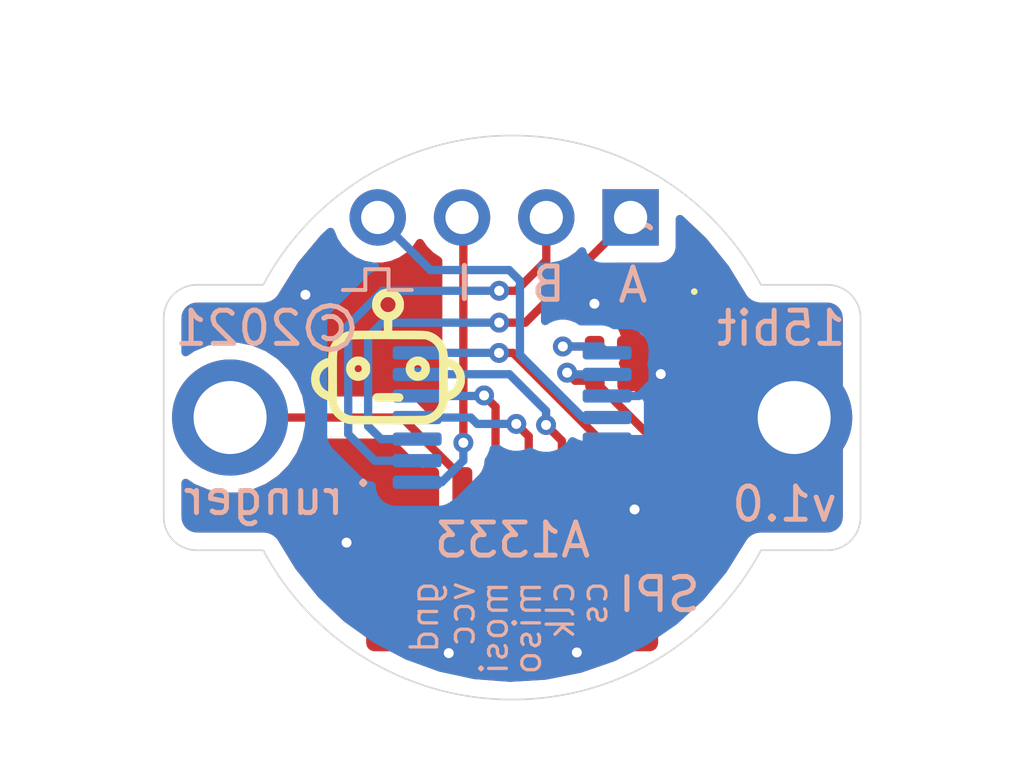
<source format=kicad_pcb>
(kicad_pcb (version 20211014) (generator pcbnew)
  (layers (0 "F.Cu" signal) (31 "B.Cu" signal) (34 "B.Paste" user) (35 "F.Paste" user) (36 "B.SilkS" user "B.Silkscreen") (37 "F.SilkS" user "F.Silkscreen") (38 "B.Mask" user) (39 "F.Mask" user) (44 "Edge.Cuts" user))
  (net 0 "")
  (net 1 "GND")
  (net 2 "Net-(C1-Pad1)")
  (net 3 "VCC")
  (net 4 "nCS")
  (net 5 "SCK")
  (net 6 "MISO")
  (net 7 "MOSI")
  (net 8 "PWM")
  (net 9 "ABI_I")
  (net 10 "ABI_B")
  (net 11 "ABI_A")
  (net 12 "Net-(D1-Pad1)")
  (footprint "MountingHole:MountingHole_2.2mm_M2_ISO7380_Pad" (layer "F.Cu") (at 121 75)
    (fp_text reference "H1")
    (fp_text value "MountingHole_Pad")
    (pad "1" thru_hole circle locked (at 0 0) (size 3.5 3.5) (drill 2.2) (layers *.Cu *.Mask) (net 3 "VCC"))
  )
  (footprint "Connector_PinHeader_2.54mm:PinHeader_1x04_P2.54mm_Vertical" (layer "F.Cu") (at 133.07 68.97 -90)
    (fp_text reference "J2")
    (fp_text value "Castellations_ABI")
    (pad "1" thru_hole rect locked (at 0 0 270) (size 1.7 1.7) (drill 1) (layers *.Cu *.Mask) (net 11 "ABI_A"))
    (pad "2" thru_hole oval locked (at 0 2.54 270) (size 1.7 1.7) (drill 1) (layers *.Cu *.Mask) (net 10 "ABI_B"))
    (pad "3" thru_hole oval locked (at 0 5.08 270) (size 1.7 1.7) (drill 1) (layers *.Cu *.Mask) (net 9 "ABI_I"))
    (pad "4" thru_hole oval locked (at 0 7.62 270) (size 1.7 1.7) (drill 1) (layers *.Cu *.Mask) (net 8 "PWM"))
  )
  (footprint "Connector_JST:JST_SH_SM06B-SRSS-TB_1x06-1MP_P1.00mm_Horizontal" (layer "F.Cu") (at 129.5 79.27)
    (fp_text reference "J1")
    (fp_text value "Conn_01x06_MountingPin")
    (pad "1" smd roundrect locked (at -2.5 -2) (size 0.6 1.55) (layers "F.Cu" "F.Paste" "F.Mask") (net 1 "GND"))
    (pad "2" smd roundrect locked (at -1.5 -2) (size 0.6 1.55) (layers "F.Cu" "F.Paste" "F.Mask") (net 3 "VCC"))
    (pad "3" smd roundrect locked (at -0.5 -2) (size 0.6 1.55) (layers "F.Cu" "F.Paste" "F.Mask") (net 7 "MOSI"))
    (pad "4" smd roundrect locked (at 0.5 -2) (size 0.6 1.55) (layers "F.Cu" "F.Paste" "F.Mask") (net 6 "MISO"))
    (pad "5" smd roundrect locked (at 1.5 -2) (size 0.6 1.55) (layers "F.Cu" "F.Paste" "F.Mask") (net 5 "SCK"))
    (pad "6" smd roundrect locked (at 2.5 -2) (size 0.6 1.55) (layers "F.Cu" "F.Paste" "F.Mask") (net 4 "nCS"))
    (pad "MP" smd roundrect locked (at -3.8 1.875) (size 1.2 1.8) (layers "F.Cu" "F.Paste" "F.Mask") (roundrect_rratio 0.208333) (net 1 "GND"))
    (pad "MP" smd roundrect locked (at 3.8 1.875) (size 1.2 1.8) (layers "F.Cu" "F.Paste" "F.Mask") (roundrect_rratio 0.208333) (net 1 "GND"))
  )
  (footprint "Resistor_SMD:R_0402_1005Metric" (layer "F.Cu") (at 133.49 71.83 180)
    (fp_text reference "R1")
    (fp_text value "1k")
    (pad "1" smd roundrect locked (at -0.485 0 180) (size 0.59 0.64) (layers "F.Cu" "F.Paste" "F.Mask") (net 12 "Net-(D1-Pad1)"))
    (pad "2" smd roundrect locked (at 0.485 0 180) (size 0.59 0.64) (layers "F.Cu" "F.Paste" "F.Mask") (net 1 "GND"))
  )
  (footprint "LED_SMD:LED_0402_1005Metric" (layer "F.Cu") (at 134.99 72.295 -90)
    (fp_text reference "D1")
    (fp_text value "green")
    (fp_circle (center -1.09 0) (end -1.04 0) (layer "F.SilkS") (width 0.1) (fill none))
    (pad "1" smd roundrect locked (at -0.485 0 270) (size 0.59 0.64) (layers "F.Cu" "F.Paste" "F.Mask") (net 12 "Net-(D1-Pad1)"))
    (pad "2" smd roundrect locked (at 0.485 0 270) (size 0.59 0.64) (layers "F.Cu" "F.Paste" "F.Mask") (net 3 "VCC"))
  )
  (footprint "Symbol:Robo_logo" (layer "F.Cu") (at 125.76 73.16)
    (fp_text reference "G***" hide)
    (fp_text value "LOGO" hide)
    (fp_poly (pts (xy 0.986438 0.014923) (xy 1.060362 0.044017) (xy 1.127592 0.088719) (xy 1.161498 0.120766) (xy 1.203048 0.170304) (xy 1.230682 0.217184) (xy 1.246804 0.267721) (xy 1.253812 0.328229) (xy 1.254653 0.36576) (xy 1.253911 0.414946) (xy 1.250751 0.450757) (xy 1.243964 0.480101) (xy 1.232341 0.509888) (xy 1.22763 0.520156) (xy 1.185181 0.58825) (xy 1.127574 0.647261) (xy 1.059504 0.692457) (xy 1.054096 0.695163) (xy 0.994477 0.716172) (xy 0.926104 0.727373) (xy 0.857164 0.728111) (xy 0.795845 0.717726) (xy 0.79116 0.716282) (xy 0.717714 0.682449) (xy 0.651949 0.632363) (xy 0.597684 0.569722) (xy 0.558734 0.498223) (xy 0.55447 0.487022) (xy 0.541188 0.427663) (xy 0.538719 0.364108) (xy 0.7874 0.364108) (xy 0.790132 0.400703) (xy 0.800213 0.426279) (xy 0.81224 0.441364) (xy 0.849739 0.468228) (xy 0.893251 0.479195) (xy 0.93707 0.473905) (xy 0.975492 0.451998) (xy 0.975831 0.451693) (xy 1.001822 0.416117) (xy 1.012073 0.374572) (xy 1.007006 0.33252) (xy 0.987043 0.295425) (xy 0.962106 0.273872) (xy 0.915745 0.255793) (xy 0.870018 0.257052) (xy 0.828082 0.277431) (xy 0.82058 0.283646) (xy 0.800035 0.304795) (xy 0.79026 0.325783) (xy 0.787457 0.355817) (xy 0.7874 0.364108) (xy 0.538719 0.364108) (xy 0.53853 0.359264) (xy 0.545973 0.289777) (xy 0.562998 0.227152) (xy 0.572955 0.204665) (xy 0.620513 0.133516) (xy 0.682451 0.076017) (xy 0.756986 0.033504) (xy 0.834304 0.008956) (xy 0.90977 0.002786) (xy 0.986438 0.014923)) (layer "F.SilkS") (width 0.01) (fill solid))
    (fp_poly (pts (xy -0.852964 0.006741) (xy -0.817725 0.011646) (xy -0.784163 0.022321) (xy -0.750304 0.037274) (xy -0.673759 0.083754) (xy -0.612127 0.14399) (xy -0.571847 0.205393) (xy -0.558897 0.231799) (xy -0.55062 0.255572) (xy -0.54599 0.282534) (xy -0.54398 0.318509) (xy -0.54356 0.36576) (xy -0.54392 0.414476) (xy -0.545819 0.448904) (xy -0.550486 0.475073) (xy -0.559149 0.499011) (xy -0.573038 0.526749) (xy -0.578408 0.536712) (xy -0.627833 0.608228) (xy -0.689348 0.664085) (xy -0.761289 0.703224) (xy -0.841998 0.724585) (xy -0.878285 0.728009) (xy -0.922977 0.727777) (xy -0.96726 0.723815) (xy -0.996902 0.718102) (xy -1.071873 0.6867) (xy -1.138466 0.638469) (xy -1.193765 0.576147) (xy -1.234861 0.502475) (xy -1.240146 0.489229) (xy -1.254921 0.428174) (xy -1.257529 0.379922) (xy -1.011775 0.379922) (xy -1.000461 0.419396) (xy -0.976344 0.450614) (xy -0.942976 0.471496) (xy -0.903905 0.479966) (xy -0.862681 0.473947) (xy -0.822855 0.45136) (xy -0.816409 0.445657) (xy -0.792327 0.410916) (xy -0.784475 0.37133) (xy -0.79105 0.331419) (xy -0.810248 0.295701) (xy -0.840265 0.268694) (xy -0.879298 0.254916) (xy -0.892911 0.254037) (xy -0.940383 0.262888) (xy -0.978565 0.287515) (xy -1.003588 0.325192) (xy -1.006738 0.334267) (xy -1.011775 0.379922) (xy -1.257529 0.379922) (xy -1.258686 0.358539) (xy -1.251704 0.288652) (xy -1.234236 0.226841) (xy -1.231721 0.220972) (xy -1.197754 0.164248) (xy -1.14968 0.109757) (xy -1.093386 0.063333) (xy -1.04366 0.034658) (xy -1.004496 0.018692) (xy -0.969085 0.009806) (xy -0.928075 0.006124) (xy -0.89916 0.005634) (xy -0.852964 0.006741)) (layer "F.SilkS") (width 0.01) (fill solid))
    (fp_poly (pts (xy 0.097813 -2.033273) (xy 0.186492 -2.006246) (xy 0.268214 -1.96053) (xy 0.34422 -1.895576) (xy 0.353277 -1.886187) (xy 0.40812 -1.817965) (xy 0.44613 -1.745631) (xy 0.4685 -1.665749) (xy 0.476428 -1.574883) (xy 0.475802 -1.534168) (xy 0.473144 -1.485324) (xy 0.468585 -1.449197) (xy 0.460295 -1.418185) (xy 0.446443 -1.384687) (xy 0.433155 -1.3571) (xy 0.38195 -1.273063) (xy 0.318455 -1.204615) (xy 0.240771 -1.149882) (xy 0.203514 -1.13056) (xy 0.122471 -1.0922) (xy 0.122195 -0.93218) (xy 0.12192 -0.77216) (xy 0.61722 -0.771984) (xy 0.739095 -0.77186) (xy 0.842638 -0.771477) (xy 0.929835 -0.770681) (xy 1.002672 -0.769317) (xy 1.063137 -0.767231) (xy 1.113215 -0.764267) (xy 1.154894 -0.760272) (xy 1.19016 -0.755089) (xy 1.221001 -0.748566) (xy 1.249402 -0.740546) (xy 1.277351 -0.730876) (xy 1.306834 -0.719399) (xy 1.310281 -0.71801) (xy 1.397129 -0.677159) (xy 1.47441 -0.627391) (xy 1.549244 -0.563975) (xy 1.565153 -0.54864) (xy 1.64756 -0.454337) (xy 1.711593 -0.351364) (xy 1.751969 -0.255855) (xy 1.769983 -0.192551) (xy 1.784764 -0.121009) (xy 1.794734 -0.05026) (xy 1.79832 0.009764) (xy 1.799879 0.035382) (xy 1.808524 0.047841) (xy 1.830203 0.05427) (xy 1.83642 0.055422) (xy 1.883138 0.069054) (xy 1.938766 0.093237) (xy 1.997289 0.12473) (xy 2.052698 0.160289) (xy 2.098981 0.196672) (xy 2.100044 0.197632) (xy 2.166196 0.267786) (xy 2.224251 0.349103) (xy 2.269513 0.43461) (xy 2.283777 0.47065) (xy 2.302854 0.544344) (xy 2.313502 0.62867) (xy 2.315313 0.715594) (xy 2.307882 0.797078) (xy 2.301839 0.82804) (xy 2.267383 0.931737) (xy 2.21538 1.028275) (xy 2.148023 1.115306) (xy 2.067506 1.190481) (xy 1.976023 1.251453) (xy 1.875768 1.295873) (xy 1.859849 1.301043) (xy 1.828188 1.312774) (xy 1.805002 1.324939) (xy 1.797128 1.332267) (xy 1.792292 1.348767) (xy 1.786004 1.37906) (xy 1.779571 1.416808) (xy 1.779154 1.419531) (xy 1.752587 1.528373) (xy 1.707662 1.632248) (xy 1.646122 1.729159) (xy 1.569712 1.817109) (xy 1.480174 1.8941) (xy 1.379254 1.958136) (xy 1.268694 2.007217) (xy 1.26492 2.008553) (xy 1.18364 2.03708) (xy 0.0254 2.038938) (xy -0.160295 2.039194) (xy -0.326694 2.039328) (xy -0.474822 2.03933) (xy -0.605704 2.039191) (xy -0.720364 2.0389) (xy -0.819827 2.038449) (xy -0.905117 2.037826) (xy -0.977259 2.037023) (xy -1.037276 2.036031) (xy -1.086194 2.034838) (xy -1.125037 2.033435) (xy -1.15483 2.031814) (xy -1.176596 2.029963) (xy -1.191361 2.027873) (xy -1.1938 2.027374) (xy -1.304486 1.993291) (xy -1.408518 1.942326) (xy -1.503918 1.876537) (xy -1.588705 1.797979) (xy -1.660899 1.708708) (xy -1.718521 1.610779) (xy -1.75959 1.50625) (xy -1.779155 1.419531) (xy -1.78555 1.381502) (xy -1.79189 1.35049) (xy -1.796869 1.332833) (xy -1.797129 1.332267) (xy -1.810012 1.321823) (xy -1.836099 1.309459) (xy -1.85985 1.301043) (xy -1.949042 1.26608) (xy -2.030205 1.217852) (xy -2.108185 1.153335) (xy -2.128746 1.13331) (xy -2.202097 1.048655) (xy -2.25641 0.959996) (xy -2.292558 0.865054) (xy -2.311415 0.76155) (xy -2.313737 0.661106) (xy -2.069701 0.661106) (xy -2.064993 0.741119) (xy -2.064803 0.742151) (xy -2.039303 0.831107) (xy -1.998459 0.908416) (xy -1.952029 0.963925) (xy -1.920202 0.991581) (xy -1.88405 1.017948) (xy -1.848823 1.039695) (xy -1.819771 1.05349) (xy -1.80594 1.056631) (xy -1.804215 1.046846) (xy -1.802626 1.018977) (xy -1.801219 0.975261) (xy -1.80004 0.917932) (xy -1.799134 0.849229) (xy -1.798546 0.771386) (xy -1.798321 0.68664) (xy -1.79832 0.68072) (xy -1.798462 0.595587) (xy -1.798863 0.517207) (xy -1.799493 0.447814) (xy -1.80032 0.389645) (xy -1.800338 0.388824) (xy -1.54274 0.388824) (xy -1.542529 0.535018) (xy -1.542104 0.666108) (xy -1.53924 1.397) (xy -1.515308 1.456336) (xy -1.467107 1.550437) (xy -1.404381 1.631517) (xy -1.328757 1.698202) (xy -1.241861 1.749117) (xy -1.14532 1.782889) (xy -1.12268 1.787936) (xy -1.10573 1.789301) (xy -1.070106 1.790558) (xy -1.017456 1.791708) (xy -0.949427 1.792749) (xy -0.867665 1.793681) (xy -0.773818 1.794502) (xy -0.669531 1.795214) (xy -0.556453 1.795814) (xy -0.436228 1.796302) (xy -0.310505 1.796677) (xy -0.180931 1.79694) (xy -0.049151 1.797088) (xy 0.083187 1.797122) (xy 0.214437 1.797041) (xy 0.342951 1.796844) (xy 0.467084 1.79653) (xy 0.585187 1.796099) (xy 0.695615 1.79555) (xy 0.796721 1.794883) (xy 0.886857 1.794096) (xy 0.964377 1.793189) (xy 1.027635 1.792162) (xy 1.074983 1.791014) (xy 1.104775 1.789744) (xy 1.114014 1.788839) (xy 1.21477 1.759864) (xy 1.305507 1.713636) (xy 1.384854 1.651291) (xy 1.451441 1.573965) (xy 1.503899 1.482793) (xy 1.515307 1.456336) (xy 1.53924 1.397) (xy 1.542068 0.674918) (xy 1.79832 0.674918) (xy 1.79832 1.058009) (xy 1.82118 1.051365) (xy 1.841503 1.042282) (xy 1.871333 1.025356) (xy 1.898977 1.007702) (xy 1.964323 0.952274) (xy 2.014104 0.88628) (xy 2.048092 0.812482) (xy 2.06606 0.733646) (xy 2.06778 0.652533) (xy 2.053025 0.571909) (xy 2.021565 0.494536) (xy 1.973174 0.423177) (xy 1.949301 0.397211) (xy 1.923071 0.374374) (xy 1.890114 0.35027) (xy 1.855868 0.328353) (xy 1.82577 0.312075) (xy 1.80526 0.304887) (xy 1.803737 0.3048) (xy 1.802511 0.314587) (xy 1.801383 0.34246) (xy 1.800383 0.386185) (xy 1.799545 0.443528) (xy 1.7989 0.512253) (xy 1.798481 0.590128) (xy 1.79832 0.674918) (xy 1.542068 0.674918) (xy 1.542103 0.666108) (xy 1.542599 0.497897) (xy 1.54269 0.349966) (xy 1.542376 0.22228) (xy 1.541655 0.114804) (xy 1.540528 0.027501) (xy 1.538994 -0.039662) (xy 1.537053 -0.086723) (xy 1.534705 -0.113716) (xy 1.534153 -0.116872) (xy 1.505381 -0.206853) (xy 1.458852 -0.290619) (xy 1.396771 -0.365731) (xy 1.321347 -0.429749) (xy 1.234787 -0.480235) (xy 1.187567 -0.499805) (xy 1.12268 -0.52324) (xy 0.06096 -0.52619) (xy -0.121935 -0.526594) (xy -0.291295 -0.526757) (xy -0.446409 -0.526683) (xy -0.586564 -0.526377) (xy -0.71105 -0.525842) (xy -0.819155 -0.525084) (xy -0.910166 -0.524108) (xy -0.983372 -0.522917) (xy -1.038061 -0.521516) (xy -1.073521 -0.519909) (xy -1.084301 -0.518973) (xy -1.179842 -0.499897) (xy -1.264409 -0.466246) (xy -1.342058 -0.415999) (xy -1.405094 -0.359298) (xy -1.448956 -0.305335) (xy -1.488414 -0.239423) (xy -1.518989 -0.169931) (xy -1.533737 -0.11888) (xy -1.536183 -0.098098) (xy -1.538233 -0.060901) (xy -1.539893 -0.006788) (xy -1.541168 0.06474) (xy -1.542064 0.154185) (xy -1.542586 0.262046) (xy -1.54274 0.388824) (xy -1.800338 0.388824) (xy -1.80131 0.344937) (xy -1.802432 0.315925) (xy -1.803653 0.304846) (xy -1.803738 0.3048) (xy -1.815097 0.30903) (xy -1.838533 0.319909) (xy -1.858339 0.329722) (xy -1.925864 0.37472) (xy -1.982583 0.433994) (xy -2.026675 0.503907) (xy -2.056322 0.580823) (xy -2.069701 0.661106) (xy -2.313737 0.661106) (xy -2.313989 0.65024) (xy -2.300325 0.536454) (xy -2.269047 0.432407) (xy -2.219626 0.336961) (xy -2.151529 0.248981) (xy -2.104251 0.201827) (xy -2.055759 0.162847) (xy -1.998681 0.125465) (xy -1.938894 0.092906) (xy -1.882278 0.068396) (xy -1.837853 0.055691) (xy -1.801186 0.049076) (xy -1.794474 -0.038236) (xy -1.781416 -0.144723) (xy -1.758995 -0.238269) (xy -1.727587 -0.320816) (xy -1.668331 -0.427322) (xy -1.592792 -0.523024) (xy -1.502942 -0.606046) (xy -1.400753 -0.674511) (xy -1.310282 -0.71801) (xy -1.280506 -0.729696) (xy -1.252485 -0.739559) (xy -1.224232 -0.747754) (xy -1.19376 -0.754436) (xy -1.159082 -0.759759) (xy -1.118211 -0.763878) (xy -1.069161 -0.766948) (xy -1.009945 -0.769124) (xy -0.938576 -0.77056) (xy -0.853068 -0.771412) (xy -0.751434 -0.771833) (xy -0.631687 -0.771978) (xy -0.61722 -0.771984) (xy -0.12192 -0.77216) (xy -0.122472 -1.0922) (xy -0.203515 -1.13056) (xy -0.287715 -1.1801) (xy -0.356929 -1.242569) (xy -0.413057 -1.31984) (xy -0.433156 -1.3571) (xy -0.451754 -1.39651) (xy -0.463563 -1.428344) (xy -0.470417 -1.460207) (xy -0.474144 -1.499698) (xy -0.475803 -1.534168) (xy -0.47547 -1.54385) (xy -0.232207 -1.54385) (xy -0.226704 -1.511201) (xy -0.212015 -1.473437) (xy -0.210775 -1.470716) (xy -0.173627 -1.411857) (xy -0.1245 -1.368254) (xy -0.06612 -1.341137) (xy -0.001214 -1.331737) (xy 0.067493 -1.341287) (xy 0.072558 -1.342752) (xy 0.124102 -1.367849) (xy 0.170263 -1.408459) (xy 0.20593 -1.459777) (xy 0.213119 -1.474894) (xy 0.230063 -1.538334) (xy 0.228163 -1.602024) (xy 0.20856 -1.662537) (xy 0.172395 -1.716447) (xy 0.120809 -1.760327) (xy 0.117368 -1.762492) (xy 0.085246 -1.780217) (xy 0.056158 -1.789549) (xy 0.020627 -1.792969) (xy 0 -1.79324) (xy -0.041527 -1.791671) (xy -0.072343 -1.785309) (xy -0.101926 -1.77167) (xy -0.117369 -1.762492) (xy -0.170455 -1.718251) (xy -0.208183 -1.661915) (xy -0.228624 -1.596556) (xy -0.230486 -1.5825) (xy -0.232207 -1.54385) (xy -0.47547 -1.54385) (xy -0.472336 -1.634808) (xy -0.452825 -1.724048) (xy -0.416505 -1.803885) (xy -0.362609 -1.876319) (xy -0.332953 -1.906526) (xy -0.257649 -1.967521) (xy -0.179661 -2.009557) (xy -0.095663 -2.033983) (xy -0.002332 -2.042152) (xy 0.000938 -2.042161) (xy 0.097813 -2.033273)) (layer "F.SilkS") (width 0.01) (fill solid))
    (fp_poly (pts (xy 0.109648 1.108074) (xy 0.181977 1.108995) (xy 0.246828 1.110394) (xy 0.301111 1.112273) (xy 0.34174 1.11463) (xy 0.365625 1.117466) (xy 0.367646 1.117953) (xy 0.411414 1.139753) (xy 0.441917 1.175255) (xy 0.456393 1.220837) (xy 0.4572 1.235368) (xy 0.454299 1.267576) (xy 0.442839 1.293313) (xy 0.42243 1.318409) (xy 0.38766 1.35636) (xy 0.01349 1.358862) (xy -0.086109 1.359423) (xy -0.167411 1.359599) (xy -0.232438 1.359326) (xy -0.283212 1.35854) (xy -0.321753 1.357174) (xy -0.350083 1.355164) (xy -0.370224 1.352446) (xy -0.384195 1.348955) (xy -0.391682 1.34587) (xy -0.427256 1.31781) (xy -0.449564 1.279059) (xy -0.457458 1.23505) (xy -0.449786 1.191222) (xy -0.431147 1.159316) (xy -0.403631 1.135638) (xy -0.3711 1.119007) (xy -0.367647 1.117953) (xy -0.34666 1.115042) (xy -0.308447 1.11261) (xy -0.256096 1.110656) (xy -0.192694 1.109182) (xy -0.121331 1.108186) (xy -0.045094 1.10767) (xy 0.032928 1.107633) (xy 0.109648 1.108074)) (layer "F.SilkS") (width 0.01) (fill solid))
  )
  (footprint "Capacitor_SMD:C_0402_1005Metric" (layer "F.Cu") (at 132.47 72.86)
    (fp_text reference "C1")
    (fp_text value "100nF 6.3V")
    (pad "1" smd roundrect locked (at -0.485 0) (size 0.59 0.64) (layers "F.Cu" "F.Paste" "F.Mask") (net 2 "Net-(C1-Pad1)"))
    (pad "2" smd roundrect locked (at 0.485 0) (size 0.59 0.64) (layers "F.Cu" "F.Paste" "F.Mask") (net 1 "GND"))
  )
  (footprint "Capacitor_SMD:C_0402_1005Metric" (layer "F.Cu") (at 132.48 73.89 180)
    (fp_text reference "C2")
    (fp_text value "100nF 6.3V")
    (pad "1" smd roundrect locked (at -0.485 0 180) (size 0.59 0.64) (layers "F.Cu" "F.Paste" "F.Mask") (net 1 "GND"))
    (pad "2" smd roundrect locked (at 0.485 0 180) (size 0.59 0.64) (layers "F.Cu" "F.Paste" "F.Mask") (net 3 "VCC"))
  )
  (footprint "MountingHole:MountingHole_2.2mm_M2_ISO7380_Pad" (layer "F.Cu") (at 138 75)
    (fp_text reference "H2")
    (fp_text value "MountingHole_Pad")
    (pad "1" thru_hole circle locked (at 0 0) (size 3.5 3.5) (drill 2.2) (layers *.Cu *.Mask) (net 1 "GND"))
  )
  (footprint "Package_SO:TSSOP-14_4.4x5mm_P0.65mm" (layer "B.Cu") (at 129.5 75 180)
    (fp_text reference "U1")
    (fp_text value "A1333")
    (pad "1" smd roundrect locked (at -2.8625 1.95 180) (size 1.475 0.4) (layers "B.Cu" "B.Paste" "B.Mask") (net 2 "Net-(C1-Pad1)"))
    (pad "2" smd roundrect locked (at -2.8625 1.3 180) (size 1.475 0.4) (layers "B.Cu" "B.Paste" "B.Mask") (net 3 "VCC"))
    (pad "3" smd roundrect locked (at -2.8625 0.65 180) (size 1.475 0.4) (layers "B.Cu" "B.Paste" "B.Mask") (net 1 "GND"))
    (pad "4" smd roundrect locked (at -2.8625 0 180) (size 1.475 0.4) (layers "B.Cu" "B.Paste" "B.Mask") (net 8 "PWM"))
    (pad "5" smd roundrect locked (at -2.8625 -0.65 180) (size 1.475 0.4) (layers "B.Cu" "B.Paste" "B.Mask") (net 1 "GND"))
    (pad "6" smd roundrect locked (at -2.8625 -1.3 180) (size 1.475 0.4) (layers "B.Cu" "B.Paste" "B.Mask") (net 1 "GND"))
    (pad "7" smd roundrect locked (at -2.8625 -1.95 180) (size 1.475 0.4) (layers "B.Cu" "B.Paste" "B.Mask") (net 1 "GND"))
    (pad "8" smd roundrect locked (at 2.8625 -1.95 180) (size 1.475 0.4) (layers "B.Cu" "B.Paste" "B.Mask") (net 9 "ABI_I"))
    (pad "9" smd roundrect locked (at 2.8625 -1.3 180) (size 1.475 0.4) (layers "B.Cu" "B.Paste" "B.Mask") (net 10 "ABI_B"))
    (pad "10" smd roundrect locked (at 2.8625 -0.65 180) (size 1.475 0.4) (layers "B.Cu" "B.Paste" "B.Mask") (net 11 "ABI_A"))
    (pad "11" smd roundrect locked (at 2.8625 0 180) (size 1.475 0.4) (layers "B.Cu" "B.Paste" "B.Mask") (net 6 "MISO"))
    (pad "12" smd roundrect locked (at 2.8625 0.65 180) (size 1.475 0.4) (layers "B.Cu" "B.Paste" "B.Mask") (net 7 "MOSI"))
    (pad "13" smd roundrect locked (at 2.8625 1.3 180) (size 1.475 0.4) (layers "B.Cu" "B.Paste" "B.Mask") (net 5 "SCK"))
    (pad "14" smd roundrect locked (at 2.8625 1.95 180) (size 1.475 0.4) (layers "B.Cu" "B.Paste" "B.Mask") (net 4 "nCS"))
  )
  (gr_line (start 125.775 71.155) (end 126.475 71.155) (layer "B.SilkS") (width 0.12))
  (gr_line (start 125.775 70.53) (end 125.775 71.155) (layer "B.SilkS") (width 0.12))
  (gr_line (start 125.075 70.53) (end 125.775 70.53) (layer "B.SilkS") (width 0.12))
  (gr_line (start 125.075 71.155) (end 125.075 70.53) (layer "B.SilkS") (width 0.12))
  (gr_line (start 124.4 71.155) (end 125.075 71.155) (layer "B.SilkS") (width 0.12))
  (gr_arc (start 140 78) (mid 139.707107 78.707107) (end 139 79) (layer "Edge.Cuts") (width 0.05))
  (gr_arc (start 139 71) (mid 139.707107 71.292893) (end 140 72) (layer "Edge.Cuts") (width 0.05))
  (gr_arc (start 120 79) (mid 119.292893 78.707107) (end 119 78) (layer "Edge.Cuts") (width 0.05))
  (gr_arc (start 119 72) (mid 119.292893 71.292893) (end 120 71) (layer "Edge.Cuts") (width 0.05))
  (gr_line (start 120 79) (end 122 79) (layer "Edge.Cuts") (width 0.05))
  (gr_line (start 119 72) (end 119 78) (layer "Edge.Cuts") (width 0.05))
  (gr_line (start 122.000001 71.000001) (end 120 71) (layer "Edge.Cuts") (width 0.05))
  (gr_line (start 139 79) (end 136.999999 79.000001) (layer "Edge.Cuts") (width 0.05))
  (gr_line (start 140 72) (end 140 78) (layer "Edge.Cuts") (width 0.05))
  (gr_line (start 136.999999 71) (end 139 71) (layer "Edge.Cuts") (width 0.05))
  (gr_arc (start 136.999999 79.000001) (mid 129.499999 83.5) (end 122 78.999999) (layer "Edge.Cuts") (width 0.05))
  (gr_arc (start 122.000001 71.000001) (mid 129.5 66.500001) (end 136.999999 71) (layer "Edge.Cuts") (width 0.05))
  (gr_text "cs" (at 131.96 79.865 90) (layer "B.SilkS") (effects (font (size 0.8 0.8) (thickness 0.1)) (justify left mirror)))
  (gr_text "gnd" (at 126.86 79.865 90) (layer "B.SilkS") (effects (font (size 0.8 0.8) (thickness 0.1)) (justify left mirror)))
  (gr_text "vcc" (at 127.96 79.865 90) (layer "B.SilkS") (effects (font (size 0.8 0.8) (thickness 0.1)) (justify left mirror)))
  (gr_text "clk" (at 130.96 79.865 90) (layer "B.SilkS") (effects (font (size 0.8 0.8) (thickness 0.1)) (justify left mirror)))
  (gr_text "miso" (at 129.96 79.865 90) (layer "B.SilkS") (effects (font (size 0.8 0.8) (thickness 0.1)) (justify left mirror)))
  (gr_text "." (at 125.01 76.56) (layer "B.SilkS") (effects (font (size 1 1))))
  (gr_text "A1333" (at 129.51 78.693) (layer "B.SilkS") (effects (font (size 1 1)) (justify mirror)))
  (gr_text "mosi" (at 128.96 79.865 90) (layer "B.SilkS") (effects (font (size 0.8 0.8) (thickness 0.1)) (justify left mirror)))
  (gr_text "~" (at 133.41 69.21) (layer "B.SilkS") (effects (font (size 1 1)) (justify mirror)))
  (gr_text "©2021" (at 122.11 72.31) (layer "B.SilkS") (effects (font (size 1 1)) (justify mirror)))
  (gr_text "runger" (at 122.01 77.41) (layer "B.SilkS") (effects (font (size 1 1)) (justify mirror)))
  (gr_text "I" (at 128.06 70.96) (layer "B.SilkS") (effects (font (size 1 1)) (justify mirror)))
  (gr_text "SPI" (at 133.935 80.335) (layer "B.SilkS") (effects (font (size 1 1)) (justify mirror)))
  (gr_text "15bit" (at 137.61 72.31) (layer "B.SilkS") (effects (font (size 1 1)) (justify mirror)))
  (gr_text "v1.0" (at 137.71 77.61) (layer "B.SilkS") (effects (font (size 1 1)) (justify mirror)))
  (gr_text "B" (at 130.59 70.98) (layer "B.SilkS") (effects (font (size 1 1)) (justify mirror)))
  (gr_text "A" (at 133.14 71.01) (layer "B.SilkS") (effects (font (size 1 1)) (justify mirror)))
  (segment (start 133.15 72.86) (end 133.98 73.69) (width 0.25) (layer "F.Cu") (net 1))
  (segment (start 133.005 71.83) (end 133.005 72.81) (width 0.25) (layer "F.Cu") (net 1))
  (segment (start 133.98 73.69) (end 133.165 73.69) (width 0.25) (layer "F.Cu") (net 1))
  (segment (start 128.15 79.4) (end 133.86 79.4) (width 0.25) (layer "F.Cu") (net 1))
  (segment (start 127 77.27) (end 127 78.25) (width 0.25) (layer "F.Cu") (net 1))
  (segment (start 133.86 79.4) (end 138 75.26) (width 0.25) (layer "F.Cu") (net 1))
  (segment (start 133.005 72.81) (end 132.955 72.86) (width 0.25) (layer "F.Cu") (net 1))
  (segment (start 138 75.26) (end 138 75) (width 0.25) (layer "F.Cu") (net 1))
  (segment (start 127 78.25) (end 128.15 79.4) (width 0.25) (layer "F.Cu") (net 1))
  (segment (start 132.955 72.86) (end 133.15 72.86) (width 0.25) (layer "F.Cu") (net 1))
  (segment (start 133.165 73.69) (end 132.965 73.89) (width 0.25) (layer "F.Cu") (net 1))
  (via (at 133.19 77.77) (size 0.6) (drill 0.3) (layers "F.Cu" "B.Cu") (net 1))
  (via (at 123.27 71.3) (size 0.6) (drill 0.3) (layers "F.Cu" "B.Cu") (net 1))
  (via (at 131.98 71.57) (size 0.6) (drill 0.3) (layers "F.Cu" "B.Cu") (net 1))
  (via (at 133.98 73.69) (size 0.6) (drill 0.3) (layers "F.Cu" "B.Cu") (net 1))
  (via (at 131.45 82.08) (size 0.6) (drill 0.3) (layers "F.Cu" "B.Cu") (net 1))
  (via (at 127.59 82.1) (size 0.6) (drill 0.3) (layers "F.Cu" "B.Cu") (net 1))
  (via (at 124.51 78.77) (size 0.6) (drill 0.3) (layers "F.Cu" "B.Cu") (net 1))
  (segment (start 133.5 76.3) (end 133.595 76.205) (width 0.25) (layer "B.Cu") (net 1))
  (segment (start 133.98 73.69) (end 136.69 73.69) (width 0.25) (layer "B.Cu") (net 1))
  (segment (start 133.5 76.95) (end 133.595 76.855) (width 0.25) (layer "B.Cu") (net 1))
  (segment (start 136.69 73.69) (end 138 75) (width 0.25) (layer "B.Cu") (net 1))
  (segment (start 132.3625 76.95) (end 133.5 76.95) (width 0.25) (layer "B.Cu") (net 1))
  (segment (start 133.595 74.075) (end 133.98 73.69) (width 0.25) (layer "B.Cu") (net 1))
  (segment (start 132.3625 76.3) (end 133.5 76.3) (width 0.25) (layer "B.Cu") (net 1))
  (segment (start 132.3625 75.65) (end 133.51 75.65) (width 0.25) (layer "B.Cu") (net 1))
  (segment (start 133.51 75.65) (end 133.595 75.565) (width 0.25) (layer "B.Cu") (net 1))
  (segment (start 133.32 74.35) (end 133.595 74.075) (width 0.25) (layer "B.Cu") (net 1))
  (segment (start 133.595 76.205) (end 133.595 75.565) (width 0.25) (layer "B.Cu") (net 1))
  (segment (start 133.595 75.565) (end 133.595 74.075) (width 0.25) (layer "B.Cu") (net 1))
  (segment (start 133.595 76.855) (end 133.595 76.205) (width 0.25) (layer "B.Cu") (net 1))
  (segment (start 132.3625 74.35) (end 133.32 74.35) (width 0.25) (layer "B.Cu") (net 1))
  (segment (start 131.030589 72.86) (end 131.029166 72.858577) (width 0.25) (layer "F.Cu") (net 2))
  (segment (start 131.985 72.86) (end 131.030589 72.86) (width 0.25) (layer "F.Cu") (net 2))
  (via (at 131.029166 72.858577) (size 0.6) (drill 0.3) (layers "F.Cu" "B.Cu") (net 2))
  (segment (start 132.3625 73.05) (end 132.171077 72.858577) (width 0.25) (layer "B.Cu") (net 2))
  (segment (start 132.171077 72.858577) (end 131.029166 72.858577) (width 0.25) (layer "B.Cu") (net 2))
  (segment (start 121 75) (end 126.176768 75) (width 0.25) (layer "F.Cu") (net 3))
  (segment (start 128 78.045) (end 128.745 78.79) (width 0.25) (layer "F.Cu") (net 3))
  (segment (start 131.995 73.908232) (end 131.995 73.89) (width 0.25) (layer "F.Cu") (net 3))
  (segment (start 128 76.823232) (end 128 77.27) (width 0.25) (layer "F.Cu") (net 3))
  (segment (start 133.54 78.79) (end 134.15 78.18) (width 0.25) (layer "F.Cu") (net 3))
  (segment (start 126.176768 75) (end 128 76.823232) (width 0.25) (layer "F.Cu") (net 3))
  (segment (start 134.99 75.223232) (end 134.15 76.063232) (width 0.25) (layer "F.Cu") (net 3))
  (segment (start 128.745 78.79) (end 133.54 78.79) (width 0.25) (layer "F.Cu") (net 3))
  (segment (start 131.995 73.89) (end 131.398898 73.89) (width 0.25) (layer "F.Cu") (net 3))
  (segment (start 134.15 78.18) (end 134.15 76.063232) (width 0.25) (layer "F.Cu") (net 3))
  (segment (start 134.99 72.78) (end 134.99 75.223232) (width 0.25) (layer "F.Cu") (net 3))
  (segment (start 128 77.27) (end 128 78.045) (width 0.25) (layer "F.Cu") (net 3))
  (segment (start 131.398898 73.89) (end 131.157179 73.648281) (width 0.25) (layer "F.Cu") (net 3))
  (segment (start 134.15 76.063232) (end 131.995 73.908232) (width 0.25) (layer "F.Cu") (net 3))
  (via (at 131.157179 73.648281) (size 0.6) (drill 0.3) (layers "F.Cu" "B.Cu") (net 3))
  (segment (start 131.208898 73.7) (end 131.157179 73.648281) (width 0.25) (layer "B.Cu") (net 3))
  (segment (start 132.3625 73.7) (end 131.208898 73.7) (width 0.25) (layer "B.Cu") (net 3))
  (segment (start 132 77.27) (end 132 75.523674) (width 0.25) (layer "F.Cu") (net 4))
  (segment (start 129.529209 73.052883) (end 129.104945 73.052883) (width 0.25) (layer "F.Cu") (net 4))
  (segment (start 132 75.523674) (end 129.529209 73.052883) (width 0.25) (layer "F.Cu") (net 4))
  (via (at 129.104945 73.052883) (size 0.6) (drill 0.3) (layers "F.Cu" "B.Cu") (net 4))
  (segment (start 126.6375 73.05) (end 129.102062 73.05) (width 0.25) (layer "B.Cu") (net 4))
  (segment (start 129.102062 73.05) (end 129.104945 73.052883) (width 0.25) (layer "B.Cu") (net 4))
  (segment (start 131 75.701655) (end 130.522658 75.224313) (width 0.25) (layer "F.Cu") (net 5))
  (segment (start 131 77.27) (end 131 75.701655) (width 0.25) (layer "F.Cu") (net 5))
  (via (at 130.522658 75.224313) (size 0.6) (drill 0.3) (layers "F.Cu" "B.Cu") (net 5))
  (segment (start 130.522658 74.800049) (end 130.522658 75.224313) (width 0.25) (layer "B.Cu") (net 5))
  (segment (start 126.642502 73.694998) (end 129.417607 73.694998) (width 0.25) (layer "B.Cu") (net 5))
  (segment (start 129.417607 73.694998) (end 130.522658 74.800049) (width 0.25) (layer "B.Cu") (net 5))
  (segment (start 126.6375 73.7) (end 126.642502 73.694998) (width 0.25) (layer "B.Cu") (net 5))
  (segment (start 130 75.567047) (end 129.62501 75.192057) (width 0.25) (layer "F.Cu") (net 6))
  (segment (start 130 77.27) (end 130 75.567047) (width 0.25) (layer "F.Cu") (net 6))
  (via (at 129.62501 75.192057) (size 0.6) (drill 0.3) (layers "F.Cu" "B.Cu") (net 6))
  (segment (start 128.254996 75) (end 128.447053 75.192057) (width 0.25) (layer "B.Cu") (net 6))
  (segment (start 128.447053 75.192057) (end 129.62501 75.192057) (width 0.25) (layer "B.Cu") (net 6))
  (segment (start 126.6375 75) (end 128.254996 75) (width 0.25) (layer "B.Cu") (net 6))
  (segment (start 129 74.679697) (end 128.65501 74.334707) (width 0.25) (layer "F.Cu") (net 7))
  (segment (start 129 77.27) (end 129 74.679697) (width 0.25) (layer "F.Cu") (net 7))
  (via (at 128.65501 74.334707) (size 0.6) (drill 0.3) (layers "F.Cu" "B.Cu") (net 7))
  (segment (start 126.6375 74.35) (end 128.639717 74.35) (width 0.25) (layer "B.Cu") (net 7))
  (segment (start 128.639717 74.35) (end 128.65501 74.334707) (width 0.25) (layer "B.Cu") (net 7))
  (segment (start 129.410002 70.554998) (end 127.034998 70.554998) (width 0.25) (layer "B.Cu") (net 8))
  (segment (start 131.625 75) (end 129.735002 73.110002) (width 0.25) (layer "B.Cu") (net 8))
  (segment (start 129.735002 70.879998) (end 129.410002 70.554998) (width 0.25) (layer "B.Cu") (net 8))
  (segment (start 132.3625 75) (end 131.625 75) (width 0.25) (layer "B.Cu") (net 8))
  (segment (start 129.735002 73.110002) (end 129.735002 70.879998) (width 0.25) (layer "B.Cu") (net 8))
  (segment (start 127.034998 70.554998) (end 125.45 68.97) (width 0.25) (layer "B.Cu") (net 8))
  (segment (start 128.03 75.76) (end 128.03 69.01) (width 0.25) (layer "F.Cu") (net 9))
  (segment (start 128.03 69.01) (end 127.99 68.97) (width 0.25) (layer "F.Cu") (net 9))
  (via (at 128.03 75.76) (size 0.6) (drill 0.3) (layers "F.Cu" "B.Cu") (net 9))
  (segment (start 127.375 76.95) (end 128.03 76.295) (width 0.25) (layer "B.Cu") (net 9))
  (segment (start 128.03 76.295) (end 128.03 75.76) (width 0.25) (layer "B.Cu") (net 9))
  (segment (start 126.6375 76.95) (end 127.375 76.95) (width 0.25) (layer "B.Cu") (net 9))
  (segment (start 129.62 71.18) (end 130.53 70.27) (width 0.25) (layer "F.Cu") (net 10))
  (segment (start 129.11 71.18) (end 129.62 71.18) (width 0.25) (layer "F.Cu") (net 10))
  (segment (start 130.53 70.27) (end 130.53 68.97) (width 0.25) (layer "F.Cu") (net 10))
  (via (at 129.11 71.18) (size 0.6) (drill 0.3) (layers "F.Cu" "B.Cu") (net 10))
  (segment (start 125.6 71.18) (end 129.11 71.18) (width 0.25) (layer "B.Cu") (net 10))
  (segment (start 124.56 75.5) (end 124.56 72.22) (width 0.25) (layer "B.Cu") (net 10))
  (segment (start 124.56 72.22) (end 125.6 71.18) (width 0.25) (layer "B.Cu") (net 10))
  (segment (start 126.6375 76.3) (end 125.36 76.3) (width 0.25) (layer "B.Cu") (net 10))
  (segment (start 125.36 76.3) (end 124.56 75.5) (width 0.25) (layer "B.Cu") (net 10))
  (segment (start 129.11 72.14) (end 129.9 72.14) (width 0.25) (layer "F.Cu") (net 11))
  (segment (start 129.9 72.14) (end 133.07 68.97) (width 0.25) (layer "F.Cu") (net 11))
  (via (at 129.11 72.14) (size 0.6) (drill 0.3) (layers "F.Cu" "B.Cu") (net 11))
  (segment (start 125.16 72.57) (end 125.59 72.14) (width 0.25) (layer "B.Cu") (net 11))
  (segment (start 125.59 72.14) (end 129.11 72.14) (width 0.25) (layer "B.Cu") (net 11))
  (segment (start 125.55 75.65) (end 125.16 75.26) (width 0.25) (layer "B.Cu") (net 11))
  (segment (start 125.59 75.65) (end 125.55 75.65) (width 0.25) (layer "B.Cu") (net 11))
  (segment (start 126.6375 75.65) (end 125.59 75.65) (width 0.25) (layer "B.Cu") (net 11))
  (segment (start 125.16 75.26) (end 125.16 72.57) (width 0.25) (layer "B.Cu") (net 11))
  (segment (start 133.975 71.83) (end 134.97 71.83) (width 0.25) (layer "F.Cu") (net 12))
  (segment (start 134.97 71.83) (end 134.99 71.81) (width 0.25) (layer "F.Cu") (net 12))
  (zone (net 1) (net_name "GND") (layer "F.Cu") (connect_pads yes (clearance 0.508)) (min_thickness 0.254) (fill yes (thermal_gap 0.508) (thermal_bridge_width 0.508))
    (polygon (pts (xy 140.02 83.57) (xy 119.02 83.57) (xy 119.02 66.52) (xy 140.02 66.52)))
  )
  (zone (net 1) (net_name "GND") (layer "B.Cu") (connect_pads yes (clearance 0.508)) (min_thickness 0.254) (fill yes (thermal_gap 0.508) (thermal_bridge_width 0.508))
    (polygon (pts (xy 140.02 83.57) (xy 119.02 83.57) (xy 119.02 66.52) (xy 140.02 66.52)))
  )
)
</source>
